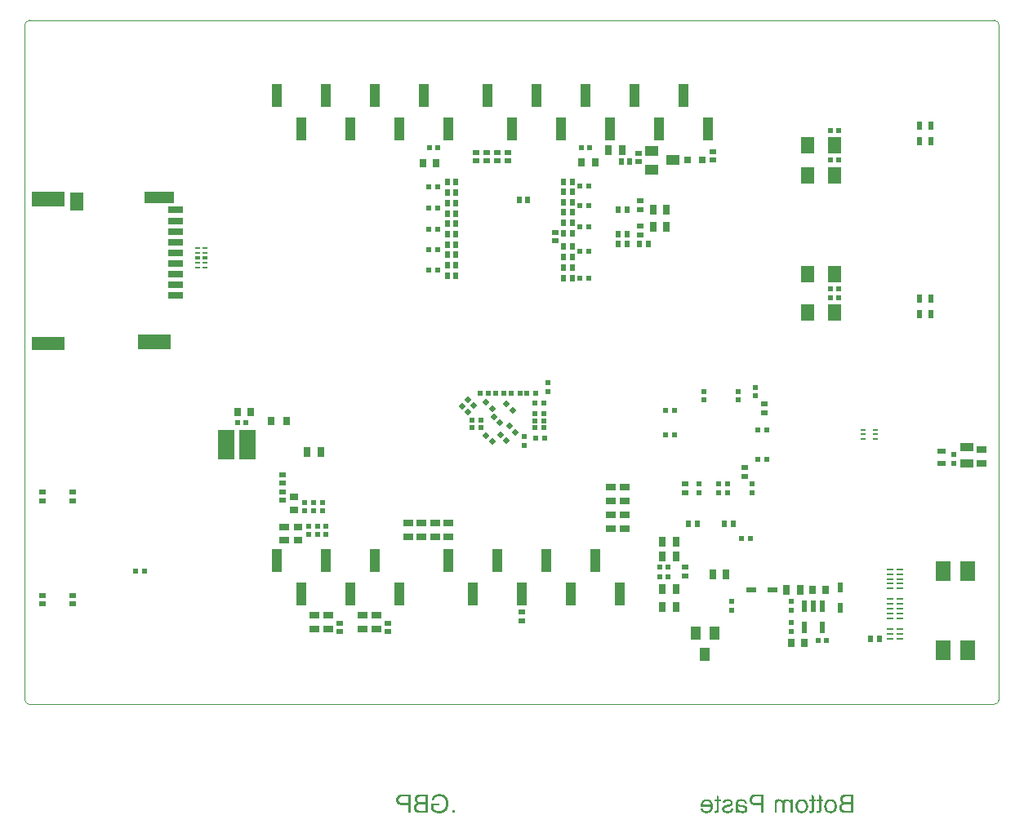
<source format=gbp>
G04 Layer_Color=128*
%FSLAX43Y43*%
%MOMM*%
G71*
G01*
G75*
%ADD10R,1.000X0.640*%
%ADD11R,1.000X0.640*%
%ADD14C,0.100*%
%ADD15R,0.510X0.700*%
%ADD16R,0.700X0.510*%
%ADD17R,0.510X0.560*%
%ADD18R,0.600X0.250*%
%ADD19R,0.560X0.510*%
%ADD20R,0.890X0.640*%
%ADD22R,1.400X1.000*%
%ADD23R,0.900X0.550*%
%ADD26R,1.000X0.640*%
%ADD27R,0.640X1.000*%
%ADD28R,0.800X0.800*%
%ADD30R,0.800X0.950*%
%ADD34R,1.400X0.900*%
%ADD35R,0.640X0.890*%
%ADD53R,1.000X1.400*%
%ADD57R,0.580X0.200*%
%ADD58R,0.580X0.400*%
%ADD74R,0.700X0.200*%
%ADD92R,0.640X1.000*%
%ADD93R,0.550X0.900*%
%ADD94R,1.060X0.540*%
%ADD95R,1.016X2.413*%
%ADD96R,1.400X1.780*%
G04:AMPARAMS|DCode=97|XSize=0.56mm|YSize=0.51mm|CornerRadius=0mm|HoleSize=0mm|Usage=FLASHONLY|Rotation=315.000|XOffset=0mm|YOffset=0mm|HoleType=Round|Shape=Rectangle|*
%AMROTATEDRECTD97*
4,1,4,-0.378,0.018,-0.018,0.378,0.378,-0.018,0.018,-0.378,-0.378,0.018,0.0*
%
%ADD97ROTATEDRECTD97*%

G04:AMPARAMS|DCode=98|XSize=0.56mm|YSize=0.51mm|CornerRadius=0mm|HoleSize=0mm|Usage=FLASHONLY|Rotation=45.000|XOffset=0mm|YOffset=0mm|HoleType=Round|Shape=Rectangle|*
%AMROTATEDRECTD98*
4,1,4,-0.018,-0.378,-0.378,-0.018,0.018,0.378,0.378,0.018,-0.018,-0.378,0.0*
%
%ADD98ROTATEDRECTD98*%

%ADD99R,1.600X0.800*%
%ADD100R,3.100X1.200*%
%ADD101R,3.500X1.600*%
%ADD102R,3.500X1.400*%
%ADD103R,3.500X1.500*%
%ADD104R,1.400X1.950*%
%ADD105R,0.540X1.060*%
%ADD106R,0.650X0.250*%
%ADD107R,1.700X3.100*%
%ADD108R,0.600X1.300*%
%ADD109R,1.500X2.150*%
G36*
X85874Y-11249D02*
X85141D01*
X85074Y-11246D01*
X85016Y-11243D01*
X84963Y-11238D01*
X84919Y-11232D01*
X84883Y-11227D01*
X84855Y-11224D01*
X84838Y-11218D01*
X84833D01*
X84785Y-11205D01*
X84747Y-11191D01*
X84711Y-11174D01*
X84680Y-11157D01*
X84655Y-11146D01*
X84636Y-11135D01*
X84624Y-11127D01*
X84622Y-11124D01*
X84591Y-11099D01*
X84563Y-11069D01*
X84541Y-11038D01*
X84519Y-11010D01*
X84502Y-10982D01*
X84491Y-10963D01*
X84483Y-10949D01*
X84480Y-10944D01*
X84461Y-10899D01*
X84447Y-10855D01*
X84436Y-10813D01*
X84430Y-10774D01*
X84425Y-10741D01*
X84422Y-10713D01*
Y-10697D01*
Y-10694D01*
Y-10691D01*
X84425Y-10630D01*
X84436Y-10574D01*
X84452Y-10527D01*
X84469Y-10483D01*
X84486Y-10449D01*
X84502Y-10424D01*
X84513Y-10408D01*
X84516Y-10402D01*
X84555Y-10358D01*
X84597Y-10322D01*
X84644Y-10291D01*
X84686Y-10266D01*
X84724Y-10247D01*
X84758Y-10236D01*
X84769Y-10230D01*
X84777Y-10227D01*
X84783Y-10225D01*
X84785D01*
X84738Y-10197D01*
X84697Y-10169D01*
X84663Y-10139D01*
X84636Y-10111D01*
X84613Y-10089D01*
X84597Y-10066D01*
X84588Y-10055D01*
X84586Y-10050D01*
X84563Y-10008D01*
X84547Y-9969D01*
X84533Y-9930D01*
X84525Y-9894D01*
X84519Y-9864D01*
X84516Y-9839D01*
Y-9825D01*
Y-9819D01*
X84519Y-9772D01*
X84527Y-9725D01*
X84541Y-9683D01*
X84555Y-9644D01*
X84569Y-9611D01*
X84583Y-9589D01*
X84591Y-9572D01*
X84594Y-9567D01*
X84624Y-9525D01*
X84658Y-9486D01*
X84694Y-9456D01*
X84727Y-9431D01*
X84755Y-9411D01*
X84780Y-9397D01*
X84797Y-9389D01*
X84799Y-9386D01*
X84802D01*
X84855Y-9367D01*
X84913Y-9353D01*
X84972Y-9342D01*
X85027Y-9336D01*
X85077Y-9331D01*
X85099D01*
X85119Y-9328D01*
X85874D01*
Y-11249D01*
D02*
G37*
G36*
X70746Y-9828D02*
X70796Y-9833D01*
X70843Y-9841D01*
X70888Y-9855D01*
X70929Y-9869D01*
X70968Y-9886D01*
X71004Y-9903D01*
X71035Y-9922D01*
X71065Y-9939D01*
X71090Y-9958D01*
X71113Y-9975D01*
X71129Y-9989D01*
X71143Y-10002D01*
X71154Y-10011D01*
X71160Y-10016D01*
X71163Y-10019D01*
X71193Y-10058D01*
X71221Y-10100D01*
X71246Y-10141D01*
X71268Y-10186D01*
X71285Y-10233D01*
X71299Y-10277D01*
X71321Y-10366D01*
X71329Y-10405D01*
X71335Y-10444D01*
X71337Y-10477D01*
X71340Y-10508D01*
X71343Y-10533D01*
Y-10549D01*
Y-10563D01*
Y-10566D01*
X71340Y-10627D01*
X71335Y-10685D01*
X71326Y-10741D01*
X71315Y-10791D01*
X71301Y-10838D01*
X71288Y-10883D01*
X71271Y-10921D01*
X71254Y-10958D01*
X71238Y-10988D01*
X71221Y-11016D01*
X71207Y-11038D01*
X71193Y-11057D01*
X71182Y-11074D01*
X71174Y-11085D01*
X71168Y-11091D01*
X71165Y-11094D01*
X71129Y-11127D01*
X71093Y-11155D01*
X71054Y-11180D01*
X71013Y-11202D01*
X70974Y-11218D01*
X70932Y-11235D01*
X70854Y-11257D01*
X70818Y-11263D01*
X70785Y-11268D01*
X70754Y-11274D01*
X70729Y-11277D01*
X70710Y-11280D01*
X70680D01*
X70593Y-11274D01*
X70516Y-11260D01*
X70446Y-11243D01*
X70419Y-11232D01*
X70391Y-11221D01*
X70366Y-11210D01*
X70344Y-11199D01*
X70327Y-11191D01*
X70310Y-11182D01*
X70299Y-11174D01*
X70291Y-11168D01*
X70285Y-11163D01*
X70283D01*
X70227Y-11113D01*
X70183Y-11060D01*
X70144Y-11005D01*
X70116Y-10952D01*
X70094Y-10905D01*
X70085Y-10883D01*
X70077Y-10866D01*
X70072Y-10849D01*
X70069Y-10838D01*
X70066Y-10833D01*
Y-10830D01*
X70310Y-10799D01*
X70332Y-10852D01*
X70357Y-10896D01*
X70382Y-10935D01*
X70405Y-10966D01*
X70424Y-10988D01*
X70441Y-11005D01*
X70455Y-11016D01*
X70457Y-11019D01*
X70494Y-11041D01*
X70530Y-11057D01*
X70568Y-11069D01*
X70602Y-11077D01*
X70632Y-11082D01*
X70657Y-11085D01*
X70680D01*
X70713Y-11082D01*
X70743Y-11080D01*
X70799Y-11066D01*
X70849Y-11046D01*
X70893Y-11024D01*
X70927Y-11005D01*
X70952Y-10985D01*
X70968Y-10971D01*
X70971Y-10966D01*
X70974D01*
X71013Y-10916D01*
X71043Y-10860D01*
X71065Y-10799D01*
X71082Y-10744D01*
X71090Y-10694D01*
X71096Y-10672D01*
X71099Y-10652D01*
Y-10635D01*
X71102Y-10624D01*
Y-10616D01*
Y-10613D01*
X70060D01*
X70058Y-10585D01*
Y-10566D01*
Y-10555D01*
Y-10552D01*
X70060Y-10488D01*
X70066Y-10430D01*
X70074Y-10374D01*
X70085Y-10322D01*
X70099Y-10275D01*
X70113Y-10230D01*
X70130Y-10191D01*
X70146Y-10155D01*
X70163Y-10122D01*
X70180Y-10094D01*
X70194Y-10072D01*
X70208Y-10052D01*
X70219Y-10036D01*
X70227Y-10025D01*
X70233Y-10019D01*
X70235Y-10016D01*
X70269Y-9983D01*
X70305Y-9953D01*
X70344Y-9928D01*
X70382Y-9905D01*
X70421Y-9886D01*
X70457Y-9872D01*
X70496Y-9858D01*
X70530Y-9850D01*
X70566Y-9841D01*
X70596Y-9836D01*
X70624Y-9830D01*
X70646Y-9828D01*
X70666Y-9825D01*
X70693D01*
X70746Y-9828D01*
D02*
G37*
G36*
X71970Y-9511D02*
Y-9855D01*
X72145D01*
Y-10039D01*
X71970D01*
Y-10844D01*
Y-10883D01*
Y-10916D01*
X71968Y-10946D01*
X71965Y-10977D01*
Y-11002D01*
X71962Y-11024D01*
X71957Y-11060D01*
X71951Y-11088D01*
X71948Y-11107D01*
X71943Y-11119D01*
Y-11121D01*
X71932Y-11146D01*
X71915Y-11166D01*
X71898Y-11185D01*
X71884Y-11199D01*
X71868Y-11213D01*
X71857Y-11221D01*
X71848Y-11227D01*
X71846Y-11230D01*
X71815Y-11243D01*
X71784Y-11252D01*
X71751Y-11260D01*
X71718Y-11263D01*
X71690Y-11266D01*
X71668Y-11268D01*
X71646D01*
X71585Y-11266D01*
X71554Y-11263D01*
X71526Y-11257D01*
X71501Y-11255D01*
X71482Y-11252D01*
X71471Y-11249D01*
X71465D01*
X71496Y-11041D01*
X71518Y-11044D01*
X71540Y-11046D01*
X71560D01*
X71573Y-11049D01*
X71601D01*
X71637Y-11046D01*
X71662Y-11041D01*
X71676Y-11035D01*
X71682Y-11032D01*
X71701Y-11019D01*
X71712Y-11005D01*
X71721Y-10994D01*
X71723Y-10988D01*
X71726Y-10974D01*
X71729Y-10955D01*
X71732Y-10910D01*
X71734Y-10891D01*
Y-10874D01*
Y-10863D01*
Y-10858D01*
Y-10039D01*
X71496D01*
Y-9855D01*
X71734D01*
Y-9370D01*
X71970Y-9511D01*
D02*
G37*
G36*
X76607Y-11249D02*
X76351D01*
Y-10469D01*
X75860D01*
X75788Y-10466D01*
X75718Y-10461D01*
X75657Y-10452D01*
X75602Y-10441D01*
X75549Y-10430D01*
X75505Y-10416D01*
X75463Y-10399D01*
X75427Y-10383D01*
X75396Y-10369D01*
X75369Y-10352D01*
X75346Y-10338D01*
X75330Y-10325D01*
X75316Y-10316D01*
X75307Y-10308D01*
X75302Y-10302D01*
X75299Y-10300D01*
X75271Y-10266D01*
X75246Y-10233D01*
X75227Y-10200D01*
X75208Y-10163D01*
X75191Y-10127D01*
X75180Y-10094D01*
X75160Y-10030D01*
X75155Y-10000D01*
X75149Y-9972D01*
X75146Y-9947D01*
X75144Y-9928D01*
X75141Y-9908D01*
Y-9897D01*
Y-9889D01*
Y-9886D01*
X75144Y-9833D01*
X75149Y-9783D01*
X75160Y-9739D01*
X75169Y-9700D01*
X75180Y-9667D01*
X75191Y-9642D01*
X75196Y-9628D01*
X75199Y-9622D01*
X75221Y-9580D01*
X75249Y-9544D01*
X75274Y-9511D01*
X75299Y-9486D01*
X75321Y-9467D01*
X75338Y-9450D01*
X75349Y-9442D01*
X75355Y-9439D01*
X75391Y-9417D01*
X75432Y-9397D01*
X75471Y-9381D01*
X75507Y-9367D01*
X75541Y-9358D01*
X75566Y-9353D01*
X75585Y-9347D01*
X75591D01*
X75632Y-9342D01*
X75679Y-9336D01*
X75729Y-9333D01*
X75777Y-9331D01*
X75818Y-9328D01*
X76607D01*
Y-11249D01*
D02*
G37*
G36*
X72975Y-9830D02*
X73009Y-9833D01*
X73039Y-9839D01*
X73064Y-9844D01*
X73084Y-9850D01*
X73095Y-9853D01*
X73100Y-9855D01*
X73134Y-9866D01*
X73164Y-9878D01*
X73189Y-9889D01*
X73211Y-9900D01*
X73228Y-9908D01*
X73239Y-9916D01*
X73248Y-9919D01*
X73250Y-9922D01*
X73278Y-9941D01*
X73300Y-9964D01*
X73320Y-9989D01*
X73336Y-10008D01*
X73350Y-10027D01*
X73359Y-10041D01*
X73364Y-10052D01*
X73367Y-10055D01*
X73381Y-10086D01*
X73392Y-10114D01*
X73397Y-10144D01*
X73403Y-10169D01*
X73406Y-10194D01*
X73409Y-10211D01*
Y-10222D01*
Y-10227D01*
X73406Y-10266D01*
X73400Y-10300D01*
X73392Y-10333D01*
X73384Y-10361D01*
X73375Y-10383D01*
X73367Y-10402D01*
X73361Y-10413D01*
X73359Y-10416D01*
X73336Y-10447D01*
X73311Y-10472D01*
X73286Y-10494D01*
X73261Y-10513D01*
X73239Y-10527D01*
X73223Y-10538D01*
X73211Y-10544D01*
X73206Y-10547D01*
X73186Y-10555D01*
X73161Y-10566D01*
X73106Y-10585D01*
X73048Y-10602D01*
X72987Y-10622D01*
X72934Y-10635D01*
X72909Y-10644D01*
X72887Y-10649D01*
X72870Y-10655D01*
X72856Y-10658D01*
X72848Y-10660D01*
X72845D01*
X72809Y-10669D01*
X72778Y-10677D01*
X72751Y-10685D01*
X72726Y-10694D01*
X72703Y-10699D01*
X72684Y-10708D01*
X72651Y-10719D01*
X72628Y-10727D01*
X72615Y-10735D01*
X72606Y-10738D01*
X72603Y-10741D01*
X72578Y-10758D01*
X72562Y-10780D01*
X72548Y-10799D01*
X72540Y-10819D01*
X72534Y-10838D01*
X72531Y-10852D01*
Y-10863D01*
Y-10866D01*
X72534Y-10899D01*
X72542Y-10927D01*
X72556Y-10955D01*
X72570Y-10977D01*
X72587Y-10996D01*
X72598Y-11010D01*
X72609Y-11019D01*
X72612Y-11021D01*
X72645Y-11044D01*
X72681Y-11057D01*
X72723Y-11069D01*
X72762Y-11077D01*
X72798Y-11082D01*
X72826Y-11085D01*
X72853D01*
X72912Y-11082D01*
X72962Y-11074D01*
X73003Y-11063D01*
X73039Y-11049D01*
X73067Y-11035D01*
X73089Y-11024D01*
X73100Y-11016D01*
X73106Y-11013D01*
X73136Y-10982D01*
X73161Y-10946D01*
X73178Y-10910D01*
X73192Y-10877D01*
X73203Y-10846D01*
X73209Y-10819D01*
X73214Y-10802D01*
Y-10799D01*
Y-10796D01*
X73447Y-10833D01*
X73428Y-10910D01*
X73403Y-10980D01*
X73372Y-11035D01*
X73342Y-11082D01*
X73314Y-11121D01*
X73289Y-11146D01*
X73273Y-11163D01*
X73270Y-11166D01*
X73267Y-11168D01*
X73239Y-11188D01*
X73209Y-11205D01*
X73142Y-11232D01*
X73073Y-11252D01*
X73006Y-11266D01*
X72975Y-11271D01*
X72948Y-11274D01*
X72920Y-11277D01*
X72898D01*
X72878Y-11280D01*
X72853D01*
X72792Y-11277D01*
X72739Y-11271D01*
X72690Y-11263D01*
X72645Y-11252D01*
X72609Y-11241D01*
X72581Y-11232D01*
X72565Y-11227D01*
X72562Y-11224D01*
X72559D01*
X72512Y-11199D01*
X72473Y-11174D01*
X72440Y-11146D01*
X72409Y-11121D01*
X72387Y-11099D01*
X72373Y-11080D01*
X72362Y-11069D01*
X72359Y-11063D01*
X72337Y-11024D01*
X72320Y-10982D01*
X72306Y-10946D01*
X72298Y-10913D01*
X72293Y-10883D01*
X72290Y-10860D01*
Y-10846D01*
Y-10841D01*
X72293Y-10796D01*
X72298Y-10758D01*
X72309Y-10724D01*
X72317Y-10694D01*
X72329Y-10669D01*
X72340Y-10652D01*
X72345Y-10641D01*
X72348Y-10638D01*
X72370Y-10610D01*
X72395Y-10585D01*
X72420Y-10563D01*
X72445Y-10547D01*
X72470Y-10533D01*
X72487Y-10524D01*
X72498Y-10519D01*
X72504Y-10516D01*
X72523Y-10508D01*
X72545Y-10499D01*
X72598Y-10480D01*
X72656Y-10461D01*
X72715Y-10444D01*
X72767Y-10427D01*
X72792Y-10422D01*
X72812Y-10416D01*
X72828Y-10411D01*
X72842Y-10408D01*
X72851Y-10405D01*
X72853D01*
X72884Y-10397D01*
X72912Y-10388D01*
X72937Y-10383D01*
X72959Y-10374D01*
X72995Y-10366D01*
X73023Y-10358D01*
X73042Y-10350D01*
X73053Y-10347D01*
X73059Y-10344D01*
X73062D01*
X73084Y-10333D01*
X73103Y-10325D01*
X73120Y-10313D01*
X73131Y-10305D01*
X73142Y-10297D01*
X73148Y-10288D01*
X73150Y-10286D01*
X73153Y-10283D01*
X73170Y-10255D01*
X73178Y-10227D01*
Y-10216D01*
X73181Y-10208D01*
Y-10202D01*
Y-10200D01*
X73178Y-10175D01*
X73170Y-10150D01*
X73159Y-10127D01*
X73145Y-10111D01*
X73134Y-10094D01*
X73123Y-10083D01*
X73114Y-10077D01*
X73112Y-10075D01*
X73081Y-10055D01*
X73045Y-10041D01*
X73006Y-10033D01*
X72970Y-10025D01*
X72934Y-10022D01*
X72906Y-10019D01*
X72878D01*
X72831Y-10022D01*
X72787Y-10027D01*
X72751Y-10039D01*
X72723Y-10050D01*
X72698Y-10061D01*
X72681Y-10072D01*
X72670Y-10077D01*
X72667Y-10080D01*
X72640Y-10105D01*
X72620Y-10133D01*
X72603Y-10161D01*
X72590Y-10186D01*
X72581Y-10211D01*
X72576Y-10230D01*
X72573Y-10241D01*
Y-10247D01*
X72342Y-10216D01*
X72354Y-10169D01*
X72365Y-10127D01*
X72379Y-10091D01*
X72392Y-10058D01*
X72406Y-10036D01*
X72417Y-10016D01*
X72423Y-10005D01*
X72426Y-10002D01*
X72451Y-9975D01*
X72479Y-9950D01*
X72509Y-9928D01*
X72540Y-9908D01*
X72567Y-9894D01*
X72590Y-9883D01*
X72603Y-9878D01*
X72606Y-9875D01*
X72609D01*
X72656Y-9858D01*
X72706Y-9847D01*
X72753Y-9836D01*
X72798Y-9830D01*
X72839Y-9828D01*
X72870Y-9825D01*
X72937D01*
X72975Y-9830D01*
D02*
G37*
G36*
X80599Y-9828D02*
X80643Y-9830D01*
X80729Y-9850D01*
X80804Y-9875D01*
X80838Y-9889D01*
X80868Y-9903D01*
X80896Y-9916D01*
X80918Y-9930D01*
X80940Y-9944D01*
X80957Y-9955D01*
X80971Y-9966D01*
X80982Y-9975D01*
X80988Y-9977D01*
X80990Y-9980D01*
X81029Y-10016D01*
X81060Y-10058D01*
X81090Y-10102D01*
X81113Y-10147D01*
X81135Y-10194D01*
X81151Y-10244D01*
X81165Y-10291D01*
X81176Y-10336D01*
X81188Y-10380D01*
X81193Y-10419D01*
X81199Y-10458D01*
X81201Y-10488D01*
Y-10516D01*
X81204Y-10536D01*
Y-10547D01*
Y-10552D01*
X81201Y-10616D01*
X81196Y-10677D01*
X81188Y-10733D01*
X81176Y-10785D01*
X81163Y-10833D01*
X81149Y-10877D01*
X81132Y-10919D01*
X81115Y-10955D01*
X81099Y-10988D01*
X81082Y-11016D01*
X81068Y-11038D01*
X81054Y-11057D01*
X81043Y-11074D01*
X81035Y-11085D01*
X81029Y-11091D01*
X81026Y-11094D01*
X80990Y-11127D01*
X80954Y-11155D01*
X80915Y-11180D01*
X80877Y-11202D01*
X80838Y-11218D01*
X80796Y-11235D01*
X80721Y-11257D01*
X80688Y-11263D01*
X80654Y-11268D01*
X80627Y-11274D01*
X80602Y-11277D01*
X80580Y-11280D01*
X80552D01*
X80485Y-11277D01*
X80424Y-11266D01*
X80366Y-11252D01*
X80319Y-11238D01*
X80277Y-11221D01*
X80260Y-11216D01*
X80246Y-11210D01*
X80232Y-11205D01*
X80224Y-11199D01*
X80221Y-11196D01*
X80219D01*
X80163Y-11160D01*
X80116Y-11121D01*
X80074Y-11082D01*
X80041Y-11044D01*
X80016Y-11010D01*
X79997Y-10982D01*
X79991Y-10971D01*
X79985Y-10963D01*
X79983Y-10960D01*
Y-10958D01*
X79955Y-10894D01*
X79935Y-10824D01*
X79919Y-10755D01*
X79910Y-10685D01*
X79905Y-10655D01*
Y-10627D01*
X79902Y-10599D01*
X79899Y-10577D01*
Y-10558D01*
Y-10544D01*
Y-10536D01*
Y-10533D01*
X79902Y-10472D01*
X79908Y-10416D01*
X79916Y-10363D01*
X79927Y-10313D01*
X79941Y-10266D01*
X79958Y-10225D01*
X79974Y-10183D01*
X79991Y-10150D01*
X80008Y-10119D01*
X80024Y-10091D01*
X80041Y-10066D01*
X80055Y-10047D01*
X80066Y-10033D01*
X80074Y-10022D01*
X80080Y-10016D01*
X80083Y-10014D01*
X80119Y-9980D01*
X80155Y-9953D01*
X80194Y-9925D01*
X80232Y-9905D01*
X80271Y-9886D01*
X80310Y-9872D01*
X80385Y-9847D01*
X80421Y-9841D01*
X80452Y-9836D01*
X80480Y-9830D01*
X80505Y-9828D01*
X80524Y-9825D01*
X80552D01*
X80599Y-9828D01*
D02*
G37*
G36*
X83586D02*
X83631Y-9830D01*
X83717Y-9850D01*
X83792Y-9875D01*
X83825Y-9889D01*
X83855Y-9903D01*
X83883Y-9916D01*
X83905Y-9930D01*
X83928Y-9944D01*
X83944Y-9955D01*
X83958Y-9966D01*
X83969Y-9975D01*
X83975Y-9977D01*
X83978Y-9980D01*
X84016Y-10016D01*
X84047Y-10058D01*
X84078Y-10102D01*
X84100Y-10147D01*
X84122Y-10194D01*
X84139Y-10244D01*
X84153Y-10291D01*
X84164Y-10336D01*
X84175Y-10380D01*
X84180Y-10419D01*
X84186Y-10458D01*
X84189Y-10488D01*
Y-10516D01*
X84191Y-10536D01*
Y-10547D01*
Y-10552D01*
X84189Y-10616D01*
X84183Y-10677D01*
X84175Y-10733D01*
X84164Y-10785D01*
X84150Y-10833D01*
X84136Y-10877D01*
X84119Y-10919D01*
X84103Y-10955D01*
X84086Y-10988D01*
X84069Y-11016D01*
X84055Y-11038D01*
X84041Y-11057D01*
X84030Y-11074D01*
X84022Y-11085D01*
X84016Y-11091D01*
X84014Y-11094D01*
X83978Y-11127D01*
X83942Y-11155D01*
X83903Y-11180D01*
X83864Y-11202D01*
X83825Y-11218D01*
X83783Y-11235D01*
X83708Y-11257D01*
X83675Y-11263D01*
X83642Y-11268D01*
X83614Y-11274D01*
X83589Y-11277D01*
X83567Y-11280D01*
X83539D01*
X83472Y-11277D01*
X83411Y-11266D01*
X83353Y-11252D01*
X83306Y-11238D01*
X83264Y-11221D01*
X83247Y-11216D01*
X83234Y-11210D01*
X83220Y-11205D01*
X83211Y-11199D01*
X83209Y-11196D01*
X83206D01*
X83150Y-11160D01*
X83103Y-11121D01*
X83061Y-11082D01*
X83028Y-11044D01*
X83003Y-11010D01*
X82984Y-10982D01*
X82978Y-10971D01*
X82973Y-10963D01*
X82970Y-10960D01*
Y-10958D01*
X82942Y-10894D01*
X82923Y-10824D01*
X82906Y-10755D01*
X82898Y-10685D01*
X82892Y-10655D01*
Y-10627D01*
X82889Y-10599D01*
X82887Y-10577D01*
Y-10558D01*
Y-10544D01*
Y-10536D01*
Y-10533D01*
X82889Y-10472D01*
X82895Y-10416D01*
X82903Y-10363D01*
X82914Y-10313D01*
X82928Y-10266D01*
X82945Y-10225D01*
X82962Y-10183D01*
X82978Y-10150D01*
X82995Y-10119D01*
X83011Y-10091D01*
X83028Y-10066D01*
X83042Y-10047D01*
X83053Y-10033D01*
X83061Y-10022D01*
X83067Y-10016D01*
X83070Y-10014D01*
X83106Y-9980D01*
X83142Y-9953D01*
X83181Y-9925D01*
X83220Y-9905D01*
X83259Y-9886D01*
X83297Y-9872D01*
X83372Y-9847D01*
X83409Y-9841D01*
X83439Y-9836D01*
X83467Y-9830D01*
X83492Y-9828D01*
X83511Y-9825D01*
X83539D01*
X83586Y-9828D01*
D02*
G37*
G36*
X81823Y-9511D02*
Y-9855D01*
X81998D01*
Y-10039D01*
X81823D01*
Y-10844D01*
Y-10883D01*
Y-10916D01*
X81821Y-10946D01*
X81818Y-10977D01*
Y-11002D01*
X81815Y-11024D01*
X81809Y-11060D01*
X81804Y-11088D01*
X81801Y-11107D01*
X81796Y-11119D01*
Y-11121D01*
X81784Y-11146D01*
X81768Y-11166D01*
X81751Y-11185D01*
X81737Y-11199D01*
X81721Y-11213D01*
X81709Y-11221D01*
X81701Y-11227D01*
X81698Y-11230D01*
X81668Y-11243D01*
X81637Y-11252D01*
X81604Y-11260D01*
X81571Y-11263D01*
X81543Y-11266D01*
X81521Y-11268D01*
X81498D01*
X81437Y-11266D01*
X81407Y-11263D01*
X81379Y-11257D01*
X81354Y-11255D01*
X81335Y-11252D01*
X81324Y-11249D01*
X81318D01*
X81349Y-11041D01*
X81371Y-11044D01*
X81393Y-11046D01*
X81412D01*
X81426Y-11049D01*
X81454D01*
X81490Y-11046D01*
X81515Y-11041D01*
X81529Y-11035D01*
X81535Y-11032D01*
X81554Y-11019D01*
X81565Y-11005D01*
X81573Y-10994D01*
X81576Y-10988D01*
X81579Y-10974D01*
X81582Y-10955D01*
X81585Y-10910D01*
X81587Y-10891D01*
Y-10874D01*
Y-10863D01*
Y-10858D01*
Y-10039D01*
X81349D01*
Y-9855D01*
X81587D01*
Y-9370D01*
X81823Y-9511D01*
D02*
G37*
G36*
X41772Y-11249D02*
X41040D01*
X40973Y-11246D01*
X40915Y-11243D01*
X40862Y-11238D01*
X40817Y-11232D01*
X40781Y-11227D01*
X40754Y-11224D01*
X40737Y-11218D01*
X40731D01*
X40684Y-11205D01*
X40645Y-11191D01*
X40609Y-11174D01*
X40579Y-11157D01*
X40554Y-11146D01*
X40534Y-11135D01*
X40523Y-11127D01*
X40520Y-11124D01*
X40490Y-11099D01*
X40462Y-11069D01*
X40440Y-11038D01*
X40418Y-11010D01*
X40401Y-10982D01*
X40390Y-10963D01*
X40382Y-10949D01*
X40379Y-10944D01*
X40359Y-10899D01*
X40345Y-10855D01*
X40334Y-10813D01*
X40329Y-10774D01*
X40323Y-10741D01*
X40320Y-10713D01*
Y-10697D01*
Y-10694D01*
Y-10691D01*
X40323Y-10630D01*
X40334Y-10574D01*
X40351Y-10527D01*
X40368Y-10483D01*
X40384Y-10449D01*
X40401Y-10424D01*
X40412Y-10408D01*
X40415Y-10402D01*
X40454Y-10358D01*
X40495Y-10322D01*
X40543Y-10291D01*
X40584Y-10266D01*
X40623Y-10247D01*
X40656Y-10236D01*
X40668Y-10230D01*
X40676Y-10227D01*
X40681Y-10225D01*
X40684D01*
X40637Y-10197D01*
X40595Y-10169D01*
X40562Y-10139D01*
X40534Y-10111D01*
X40512Y-10089D01*
X40495Y-10066D01*
X40487Y-10055D01*
X40484Y-10050D01*
X40462Y-10008D01*
X40445Y-9969D01*
X40432Y-9930D01*
X40423Y-9894D01*
X40418Y-9864D01*
X40415Y-9839D01*
Y-9825D01*
Y-9819D01*
X40418Y-9772D01*
X40426Y-9725D01*
X40440Y-9683D01*
X40454Y-9644D01*
X40468Y-9611D01*
X40482Y-9589D01*
X40490Y-9572D01*
X40493Y-9567D01*
X40523Y-9525D01*
X40556Y-9486D01*
X40593Y-9456D01*
X40626Y-9431D01*
X40654Y-9411D01*
X40679Y-9397D01*
X40695Y-9389D01*
X40698Y-9386D01*
X40701D01*
X40754Y-9367D01*
X40812Y-9353D01*
X40870Y-9342D01*
X40926Y-9336D01*
X40976Y-9331D01*
X40998D01*
X41017Y-9328D01*
X41772D01*
Y-11249D01*
D02*
G37*
G36*
X44560D02*
X44290D01*
Y-10980D01*
X44560D01*
Y-11249D01*
D02*
G37*
G36*
X74325Y-9828D02*
X74383Y-9833D01*
X74439Y-9841D01*
X74483Y-9850D01*
X74522Y-9858D01*
X74550Y-9866D01*
X74561Y-9869D01*
X74569Y-9872D01*
X74572Y-9875D01*
X74575D01*
X74622Y-9894D01*
X74663Y-9919D01*
X74699Y-9941D01*
X74730Y-9964D01*
X74752Y-9986D01*
X74769Y-10002D01*
X74780Y-10014D01*
X74783Y-10016D01*
X74808Y-10052D01*
X74830Y-10091D01*
X74847Y-10130D01*
X74861Y-10166D01*
X74872Y-10202D01*
X74880Y-10227D01*
X74883Y-10238D01*
Y-10247D01*
X74885Y-10250D01*
Y-10252D01*
X74655Y-10283D01*
X74638Y-10233D01*
X74622Y-10188D01*
X74602Y-10152D01*
X74586Y-10125D01*
X74569Y-10102D01*
X74555Y-10089D01*
X74544Y-10080D01*
X74541Y-10077D01*
X74508Y-10058D01*
X74469Y-10044D01*
X74427Y-10033D01*
X74389Y-10027D01*
X74350Y-10022D01*
X74322Y-10019D01*
X74294D01*
X74230Y-10022D01*
X74175Y-10030D01*
X74130Y-10044D01*
X74091Y-10058D01*
X74064Y-10075D01*
X74042Y-10086D01*
X74028Y-10097D01*
X74025Y-10100D01*
X74003Y-10125D01*
X73986Y-10155D01*
X73972Y-10188D01*
X73964Y-10222D01*
X73958Y-10252D01*
X73955Y-10280D01*
Y-10297D01*
Y-10300D01*
Y-10302D01*
Y-10308D01*
Y-10319D01*
Y-10338D01*
X73958Y-10355D01*
Y-10361D01*
Y-10363D01*
X73986Y-10372D01*
X74017Y-10380D01*
X74080Y-10397D01*
X74153Y-10411D01*
X74219Y-10424D01*
X74253Y-10430D01*
X74283Y-10433D01*
X74311Y-10438D01*
X74333Y-10441D01*
X74352Y-10444D01*
X74366D01*
X74377Y-10447D01*
X74380D01*
X74430Y-10452D01*
X74472Y-10461D01*
X74508Y-10466D01*
X74536Y-10472D01*
X74558Y-10474D01*
X74575Y-10480D01*
X74586Y-10483D01*
X74588D01*
X74625Y-10494D01*
X74655Y-10505D01*
X74686Y-10519D01*
X74711Y-10530D01*
X74733Y-10541D01*
X74747Y-10552D01*
X74758Y-10558D01*
X74761Y-10561D01*
X74788Y-10580D01*
X74811Y-10602D01*
X74833Y-10624D01*
X74849Y-10647D01*
X74863Y-10666D01*
X74874Y-10683D01*
X74880Y-10694D01*
X74883Y-10697D01*
X74897Y-10727D01*
X74908Y-10760D01*
X74916Y-10791D01*
X74922Y-10821D01*
X74924Y-10846D01*
X74927Y-10866D01*
Y-10877D01*
Y-10883D01*
X74924Y-10916D01*
X74922Y-10944D01*
X74908Y-11002D01*
X74888Y-11049D01*
X74866Y-11091D01*
X74844Y-11124D01*
X74824Y-11149D01*
X74811Y-11163D01*
X74805Y-11168D01*
X74755Y-11205D01*
X74699Y-11232D01*
X74638Y-11252D01*
X74583Y-11266D01*
X74533Y-11274D01*
X74511Y-11277D01*
X74491D01*
X74475Y-11280D01*
X74452D01*
X74402Y-11277D01*
X74352Y-11271D01*
X74308Y-11266D01*
X74269Y-11257D01*
X74239Y-11249D01*
X74214Y-11241D01*
X74197Y-11238D01*
X74191Y-11235D01*
X74144Y-11216D01*
X74100Y-11191D01*
X74058Y-11163D01*
X74017Y-11138D01*
X73983Y-11113D01*
X73958Y-11094D01*
X73942Y-11080D01*
X73939Y-11074D01*
X73936D01*
X73930Y-11110D01*
X73925Y-11144D01*
X73919Y-11174D01*
X73911Y-11199D01*
X73903Y-11221D01*
X73897Y-11235D01*
X73894Y-11246D01*
X73892Y-11249D01*
X73645D01*
X73658Y-11218D01*
X73672Y-11188D01*
X73683Y-11160D01*
X73689Y-11135D01*
X73697Y-11113D01*
X73700Y-11096D01*
X73703Y-11085D01*
Y-11082D01*
X73706Y-11063D01*
X73708Y-11038D01*
Y-11010D01*
X73711Y-10980D01*
X73714Y-10910D01*
Y-10841D01*
X73717Y-10774D01*
Y-10744D01*
Y-10719D01*
Y-10697D01*
Y-10680D01*
Y-10669D01*
Y-10666D01*
Y-10350D01*
Y-10297D01*
X73719Y-10250D01*
X73722Y-10213D01*
Y-10183D01*
X73725Y-10161D01*
X73728Y-10144D01*
X73731Y-10136D01*
Y-10133D01*
X73739Y-10097D01*
X73750Y-10066D01*
X73761Y-10041D01*
X73775Y-10016D01*
X73786Y-10000D01*
X73794Y-9986D01*
X73800Y-9977D01*
X73803Y-9975D01*
X73825Y-9953D01*
X73850Y-9930D01*
X73878Y-9914D01*
X73906Y-9897D01*
X73930Y-9886D01*
X73950Y-9878D01*
X73964Y-9872D01*
X73969Y-9869D01*
X74014Y-9855D01*
X74061Y-9844D01*
X74108Y-9836D01*
X74155Y-9830D01*
X74197Y-9828D01*
X74228Y-9825D01*
X74258D01*
X74325Y-9828D01*
D02*
G37*
G36*
X43058Y-9300D02*
X43155Y-9314D01*
X43199Y-9322D01*
X43241Y-9333D01*
X43280Y-9342D01*
X43316Y-9353D01*
X43349Y-9364D01*
X43377Y-9375D01*
X43402Y-9386D01*
X43424Y-9394D01*
X43441Y-9403D01*
X43452Y-9408D01*
X43460Y-9411D01*
X43463Y-9414D01*
X43502Y-9439D01*
X43541Y-9464D01*
X43608Y-9522D01*
X43666Y-9580D01*
X43713Y-9642D01*
X43752Y-9694D01*
X43766Y-9717D01*
X43777Y-9739D01*
X43788Y-9755D01*
X43794Y-9767D01*
X43796Y-9775D01*
X43799Y-9778D01*
X43838Y-9869D01*
X43866Y-9961D01*
X43888Y-10050D01*
X43893Y-10091D01*
X43902Y-10130D01*
X43905Y-10166D01*
X43910Y-10197D01*
X43913Y-10227D01*
Y-10252D01*
X43916Y-10272D01*
Y-10286D01*
Y-10297D01*
Y-10300D01*
X43910Y-10402D01*
X43896Y-10499D01*
X43888Y-10544D01*
X43880Y-10585D01*
X43868Y-10627D01*
X43857Y-10663D01*
X43846Y-10697D01*
X43835Y-10724D01*
X43827Y-10752D01*
X43819Y-10771D01*
X43810Y-10791D01*
X43805Y-10802D01*
X43799Y-10810D01*
Y-10813D01*
X43749Y-10894D01*
X43694Y-10963D01*
X43635Y-11024D01*
X43580Y-11074D01*
X43527Y-11113D01*
X43508Y-11127D01*
X43488Y-11141D01*
X43472Y-11149D01*
X43460Y-11157D01*
X43452Y-11160D01*
X43449Y-11163D01*
X43405Y-11185D01*
X43360Y-11202D01*
X43272Y-11232D01*
X43186Y-11252D01*
X43105Y-11268D01*
X43069Y-11271D01*
X43036Y-11277D01*
X43005Y-11280D01*
X42980D01*
X42961Y-11282D01*
X42933D01*
X42855Y-11280D01*
X42780Y-11271D01*
X42711Y-11257D01*
X42650Y-11243D01*
X42625Y-11238D01*
X42600Y-11232D01*
X42578Y-11224D01*
X42558Y-11218D01*
X42544Y-11213D01*
X42533Y-11210D01*
X42528Y-11207D01*
X42525D01*
X42450Y-11177D01*
X42380Y-11141D01*
X42314Y-11102D01*
X42256Y-11066D01*
X42231Y-11049D01*
X42206Y-11032D01*
X42186Y-11019D01*
X42169Y-11007D01*
X42156Y-10996D01*
X42144Y-10988D01*
X42139Y-10985D01*
X42136Y-10982D01*
Y-10269D01*
X42952D01*
Y-10497D01*
X42386D01*
Y-10858D01*
X42419Y-10885D01*
X42458Y-10910D01*
X42500Y-10933D01*
X42539Y-10952D01*
X42572Y-10969D01*
X42603Y-10982D01*
X42614Y-10988D01*
X42619Y-10991D01*
X42625Y-10994D01*
X42628D01*
X42686Y-11013D01*
X42744Y-11030D01*
X42797Y-11041D01*
X42847Y-11046D01*
X42888Y-11052D01*
X42905D01*
X42922Y-11055D01*
X42950D01*
X43019Y-11052D01*
X43086Y-11041D01*
X43147Y-11027D01*
X43202Y-11013D01*
X43247Y-10996D01*
X43266Y-10991D01*
X43280Y-10985D01*
X43294Y-10980D01*
X43302Y-10974D01*
X43308Y-10971D01*
X43310D01*
X43369Y-10935D01*
X43422Y-10896D01*
X43466Y-10855D01*
X43502Y-10813D01*
X43533Y-10774D01*
X43552Y-10744D01*
X43560Y-10733D01*
X43563Y-10724D01*
X43569Y-10719D01*
Y-10716D01*
X43596Y-10647D01*
X43619Y-10574D01*
X43633Y-10502D01*
X43644Y-10433D01*
X43646Y-10402D01*
X43649Y-10374D01*
X43652Y-10347D01*
Y-10325D01*
X43655Y-10308D01*
Y-10294D01*
Y-10286D01*
Y-10283D01*
X43652Y-10205D01*
X43644Y-10136D01*
X43633Y-10069D01*
X43619Y-10011D01*
X43613Y-9986D01*
X43605Y-9964D01*
X43599Y-9944D01*
X43594Y-9928D01*
X43588Y-9914D01*
X43585Y-9905D01*
X43583Y-9900D01*
Y-9897D01*
X43563Y-9858D01*
X43544Y-9822D01*
X43524Y-9789D01*
X43505Y-9761D01*
X43488Y-9739D01*
X43474Y-9719D01*
X43463Y-9708D01*
X43460Y-9705D01*
X43430Y-9675D01*
X43397Y-9647D01*
X43360Y-9625D01*
X43327Y-9603D01*
X43299Y-9589D01*
X43277Y-9575D01*
X43261Y-9569D01*
X43255Y-9567D01*
X43205Y-9547D01*
X43155Y-9533D01*
X43102Y-9525D01*
X43055Y-9517D01*
X43013Y-9514D01*
X42997D01*
X42983Y-9511D01*
X42952D01*
X42900Y-9514D01*
X42850Y-9519D01*
X42805Y-9528D01*
X42766Y-9536D01*
X42733Y-9547D01*
X42708Y-9556D01*
X42694Y-9561D01*
X42689Y-9564D01*
X42647Y-9583D01*
X42611Y-9605D01*
X42578Y-9628D01*
X42553Y-9650D01*
X42533Y-9669D01*
X42516Y-9683D01*
X42508Y-9694D01*
X42505Y-9697D01*
X42480Y-9730D01*
X42461Y-9769D01*
X42442Y-9805D01*
X42425Y-9844D01*
X42414Y-9878D01*
X42405Y-9903D01*
X42403Y-9914D01*
X42400Y-9922D01*
X42397Y-9925D01*
Y-9928D01*
X42167Y-9866D01*
X42186Y-9797D01*
X42211Y-9736D01*
X42236Y-9680D01*
X42258Y-9636D01*
X42280Y-9600D01*
X42297Y-9575D01*
X42308Y-9558D01*
X42314Y-9553D01*
X42353Y-9508D01*
X42394Y-9472D01*
X42439Y-9439D01*
X42480Y-9411D01*
X42519Y-9392D01*
X42550Y-9375D01*
X42561Y-9370D01*
X42569Y-9367D01*
X42575Y-9364D01*
X42578D01*
X42641Y-9342D01*
X42708Y-9325D01*
X42769Y-9311D01*
X42827Y-9303D01*
X42880Y-9297D01*
X42902D01*
X42919Y-9295D01*
X43008D01*
X43058Y-9300D01*
D02*
G37*
G36*
X82570Y-9511D02*
Y-9855D01*
X82745D01*
Y-10039D01*
X82570D01*
Y-10844D01*
Y-10883D01*
Y-10916D01*
X82567Y-10946D01*
X82565Y-10977D01*
Y-11002D01*
X82562Y-11024D01*
X82556Y-11060D01*
X82551Y-11088D01*
X82548Y-11107D01*
X82542Y-11119D01*
Y-11121D01*
X82531Y-11146D01*
X82515Y-11166D01*
X82498Y-11185D01*
X82484Y-11199D01*
X82467Y-11213D01*
X82456Y-11221D01*
X82448Y-11227D01*
X82445Y-11230D01*
X82415Y-11243D01*
X82384Y-11252D01*
X82351Y-11260D01*
X82317Y-11263D01*
X82290Y-11266D01*
X82267Y-11268D01*
X82245D01*
X82184Y-11266D01*
X82154Y-11263D01*
X82126Y-11257D01*
X82101Y-11255D01*
X82081Y-11252D01*
X82070Y-11249D01*
X82065D01*
X82095Y-11041D01*
X82118Y-11044D01*
X82140Y-11046D01*
X82159D01*
X82173Y-11049D01*
X82201D01*
X82237Y-11046D01*
X82262Y-11041D01*
X82276Y-11035D01*
X82281Y-11032D01*
X82301Y-11019D01*
X82312Y-11005D01*
X82320Y-10994D01*
X82323Y-10988D01*
X82326Y-10974D01*
X82329Y-10955D01*
X82331Y-10910D01*
X82334Y-10891D01*
Y-10874D01*
Y-10863D01*
Y-10858D01*
Y-10039D01*
X82095D01*
Y-9855D01*
X82334D01*
Y-9370D01*
X82570Y-9511D01*
D02*
G37*
G36*
X79041Y-9828D02*
X79089Y-9836D01*
X79130Y-9844D01*
X79166Y-9855D01*
X79197Y-9869D01*
X79219Y-9878D01*
X79233Y-9886D01*
X79239Y-9889D01*
X79277Y-9914D01*
X79311Y-9941D01*
X79341Y-9969D01*
X79366Y-9997D01*
X79386Y-10019D01*
X79402Y-10039D01*
X79411Y-10050D01*
X79414Y-10055D01*
Y-9855D01*
X79625D01*
Y-11249D01*
X79389D01*
Y-10527D01*
X79386Y-10461D01*
X79383Y-10402D01*
X79377Y-10352D01*
X79369Y-10311D01*
X79361Y-10280D01*
X79355Y-10258D01*
X79352Y-10244D01*
X79350Y-10238D01*
X79333Y-10202D01*
X79314Y-10172D01*
X79294Y-10144D01*
X79275Y-10122D01*
X79255Y-10105D01*
X79241Y-10094D01*
X79230Y-10086D01*
X79228Y-10083D01*
X79194Y-10066D01*
X79164Y-10052D01*
X79130Y-10044D01*
X79103Y-10036D01*
X79080Y-10033D01*
X79061Y-10030D01*
X79044D01*
X78997Y-10033D01*
X78958Y-10041D01*
X78925Y-10055D01*
X78900Y-10069D01*
X78880Y-10086D01*
X78867Y-10097D01*
X78858Y-10108D01*
X78855Y-10111D01*
X78836Y-10144D01*
X78822Y-10180D01*
X78811Y-10219D01*
X78806Y-10258D01*
X78800Y-10291D01*
X78797Y-10322D01*
Y-10333D01*
Y-10338D01*
Y-10344D01*
Y-10347D01*
Y-11249D01*
X78561D01*
Y-10441D01*
X78556Y-10366D01*
X78545Y-10302D01*
X78531Y-10250D01*
X78511Y-10205D01*
X78495Y-10172D01*
X78478Y-10150D01*
X78467Y-10136D01*
X78464Y-10130D01*
X78425Y-10097D01*
X78384Y-10072D01*
X78342Y-10055D01*
X78303Y-10041D01*
X78270Y-10036D01*
X78242Y-10033D01*
X78231Y-10030D01*
X78217D01*
X78186Y-10033D01*
X78161Y-10036D01*
X78136Y-10041D01*
X78117Y-10050D01*
X78098Y-10058D01*
X78086Y-10064D01*
X78078Y-10066D01*
X78075Y-10069D01*
X78053Y-10086D01*
X78037Y-10102D01*
X78023Y-10119D01*
X78012Y-10136D01*
X78003Y-10150D01*
X77998Y-10161D01*
X77992Y-10169D01*
Y-10172D01*
X77984Y-10197D01*
X77978Y-10230D01*
X77975Y-10263D01*
X77973Y-10297D01*
X77970Y-10327D01*
Y-10352D01*
Y-10369D01*
Y-10372D01*
Y-10374D01*
Y-11249D01*
X77734D01*
Y-10294D01*
Y-10250D01*
X77739Y-10211D01*
X77745Y-10172D01*
X77751Y-10139D01*
X77759Y-10105D01*
X77770Y-10077D01*
X77778Y-10052D01*
X77789Y-10027D01*
X77801Y-10008D01*
X77809Y-9989D01*
X77828Y-9964D01*
X77839Y-9947D01*
X77845Y-9941D01*
X77889Y-9903D01*
X77942Y-9875D01*
X77995Y-9853D01*
X78045Y-9839D01*
X78092Y-9830D01*
X78111Y-9828D01*
X78131D01*
X78145Y-9825D01*
X78164D01*
X78214Y-9828D01*
X78259Y-9836D01*
X78303Y-9847D01*
X78345Y-9864D01*
X78384Y-9883D01*
X78420Y-9903D01*
X78450Y-9925D01*
X78481Y-9947D01*
X78508Y-9972D01*
X78531Y-9994D01*
X78550Y-10014D01*
X78567Y-10033D01*
X78581Y-10050D01*
X78589Y-10061D01*
X78595Y-10069D01*
X78597Y-10072D01*
X78614Y-10030D01*
X78636Y-9994D01*
X78661Y-9964D01*
X78683Y-9939D01*
X78706Y-9916D01*
X78722Y-9903D01*
X78733Y-9894D01*
X78739Y-9891D01*
X78778Y-9869D01*
X78819Y-9853D01*
X78861Y-9841D01*
X78903Y-9833D01*
X78936Y-9828D01*
X78967Y-9825D01*
X78992D01*
X79041Y-9828D01*
D02*
G37*
G36*
X39971Y-11249D02*
X39715D01*
Y-10469D01*
X39224D01*
X39152Y-10466D01*
X39082Y-10461D01*
X39021Y-10452D01*
X38966Y-10441D01*
X38913Y-10430D01*
X38869Y-10416D01*
X38827Y-10399D01*
X38791Y-10383D01*
X38760Y-10369D01*
X38732Y-10352D01*
X38710Y-10338D01*
X38694Y-10325D01*
X38680Y-10316D01*
X38671Y-10308D01*
X38666Y-10302D01*
X38663Y-10300D01*
X38635Y-10266D01*
X38610Y-10233D01*
X38591Y-10200D01*
X38571Y-10163D01*
X38555Y-10127D01*
X38544Y-10094D01*
X38524Y-10030D01*
X38519Y-10000D01*
X38513Y-9972D01*
X38510Y-9947D01*
X38508Y-9928D01*
X38505Y-9908D01*
Y-9897D01*
Y-9889D01*
Y-9886D01*
X38508Y-9833D01*
X38513Y-9783D01*
X38524Y-9739D01*
X38533Y-9700D01*
X38544Y-9667D01*
X38555Y-9642D01*
X38560Y-9628D01*
X38563Y-9622D01*
X38585Y-9580D01*
X38613Y-9544D01*
X38638Y-9511D01*
X38663Y-9486D01*
X38685Y-9467D01*
X38702Y-9450D01*
X38713Y-9442D01*
X38719Y-9439D01*
X38755Y-9417D01*
X38796Y-9397D01*
X38835Y-9381D01*
X38871Y-9367D01*
X38905Y-9358D01*
X38930Y-9353D01*
X38949Y-9347D01*
X38955D01*
X38996Y-9342D01*
X39043Y-9336D01*
X39093Y-9333D01*
X39141Y-9331D01*
X39182Y-9328D01*
X39971D01*
Y-11249D01*
D02*
G37*
%LPC*%
G36*
X85618Y-9556D02*
X85163D01*
X85102Y-9561D01*
X85055Y-9564D01*
X85013Y-9569D01*
X84983Y-9575D01*
X84963Y-9578D01*
X84949Y-9583D01*
X84947D01*
X84916Y-9594D01*
X84888Y-9611D01*
X84866Y-9628D01*
X84847Y-9644D01*
X84833Y-9658D01*
X84822Y-9672D01*
X84816Y-9680D01*
X84813Y-9683D01*
X84797Y-9711D01*
X84785Y-9739D01*
X84777Y-9767D01*
X84772Y-9794D01*
X84769Y-9816D01*
X84766Y-9833D01*
Y-9844D01*
Y-9850D01*
X84769Y-9886D01*
X84774Y-9919D01*
X84783Y-9947D01*
X84791Y-9969D01*
X84799Y-9989D01*
X84808Y-10005D01*
X84813Y-10014D01*
X84816Y-10016D01*
X84835Y-10039D01*
X84860Y-10061D01*
X84885Y-10077D01*
X84908Y-10089D01*
X84930Y-10100D01*
X84947Y-10108D01*
X84958Y-10111D01*
X84963Y-10114D01*
X84994Y-10119D01*
X85033Y-10125D01*
X85071Y-10127D01*
X85110Y-10130D01*
X85146Y-10133D01*
X85618D01*
Y-9556D01*
D02*
G37*
G36*
Y-10361D02*
X85113D01*
X85055Y-10366D01*
X85008Y-10372D01*
X84969Y-10377D01*
X84938Y-10383D01*
X84913Y-10388D01*
X84902Y-10391D01*
X84897Y-10394D01*
X84860Y-10408D01*
X84830Y-10424D01*
X84802Y-10444D01*
X84780Y-10463D01*
X84763Y-10480D01*
X84752Y-10494D01*
X84744Y-10505D01*
X84741Y-10508D01*
X84722Y-10538D01*
X84708Y-10569D01*
X84697Y-10599D01*
X84691Y-10627D01*
X84686Y-10652D01*
X84683Y-10674D01*
Y-10685D01*
Y-10691D01*
X84686Y-10724D01*
X84688Y-10758D01*
X84694Y-10785D01*
X84702Y-10808D01*
X84711Y-10827D01*
X84716Y-10844D01*
X84719Y-10852D01*
X84722Y-10855D01*
X84738Y-10880D01*
X84752Y-10902D01*
X84772Y-10919D01*
X84785Y-10935D01*
X84799Y-10946D01*
X84810Y-10955D01*
X84819Y-10960D01*
X84822Y-10963D01*
X84869Y-10985D01*
X84916Y-11002D01*
X84935Y-11007D01*
X84952Y-11010D01*
X84963Y-11013D01*
X84966D01*
X84988Y-11016D01*
X85013Y-11019D01*
X85071Y-11021D01*
X85618D01*
Y-10361D01*
D02*
G37*
G36*
X70707Y-10019D02*
X70691D01*
X70657Y-10022D01*
X70627Y-10025D01*
X70568Y-10041D01*
X70519Y-10064D01*
X70477Y-10089D01*
X70444Y-10114D01*
X70419Y-10136D01*
X70405Y-10152D01*
X70399Y-10155D01*
Y-10158D01*
X70374Y-10194D01*
X70352Y-10236D01*
X70338Y-10277D01*
X70324Y-10322D01*
X70316Y-10358D01*
X70310Y-10391D01*
Y-10402D01*
X70308Y-10411D01*
Y-10416D01*
Y-10419D01*
X71088D01*
X71079Y-10355D01*
X71063Y-10297D01*
X71043Y-10247D01*
X71021Y-10208D01*
X71002Y-10175D01*
X70982Y-10150D01*
X70971Y-10136D01*
X70965Y-10130D01*
X70921Y-10094D01*
X70877Y-10066D01*
X70829Y-10047D01*
X70785Y-10033D01*
X70749Y-10025D01*
X70718Y-10022D01*
X70707Y-10019D01*
D02*
G37*
G36*
X76351Y-9556D02*
X75802D01*
X75752Y-9558D01*
X75710Y-9561D01*
X75677Y-9564D01*
X75655Y-9569D01*
X75638Y-9572D01*
X75627Y-9575D01*
X75624D01*
X75588Y-9589D01*
X75557Y-9605D01*
X75530Y-9622D01*
X75505Y-9642D01*
X75488Y-9661D01*
X75474Y-9675D01*
X75466Y-9686D01*
X75463Y-9689D01*
X75444Y-9722D01*
X75427Y-9755D01*
X75416Y-9791D01*
X75410Y-9822D01*
X75405Y-9850D01*
X75402Y-9875D01*
Y-9889D01*
Y-9891D01*
Y-9894D01*
X75407Y-9953D01*
X75419Y-10002D01*
X75435Y-10047D01*
X75455Y-10083D01*
X75474Y-10111D01*
X75491Y-10133D01*
X75502Y-10144D01*
X75507Y-10150D01*
X75527Y-10166D01*
X75552Y-10180D01*
X75605Y-10202D01*
X75663Y-10219D01*
X75721Y-10230D01*
X75774Y-10236D01*
X75796Y-10238D01*
X75816D01*
X75835Y-10241D01*
X76351D01*
Y-9556D01*
D02*
G37*
G36*
X80568Y-10019D02*
X80552D01*
X80518Y-10022D01*
X80488Y-10025D01*
X80432Y-10039D01*
X80382Y-10061D01*
X80341Y-10086D01*
X80307Y-10111D01*
X80282Y-10130D01*
X80266Y-10147D01*
X80260Y-10150D01*
Y-10152D01*
X80238Y-10177D01*
X80221Y-10208D01*
X80191Y-10269D01*
X80169Y-10336D01*
X80155Y-10397D01*
X80146Y-10455D01*
X80144Y-10480D01*
Y-10502D01*
X80141Y-10519D01*
Y-10533D01*
Y-10541D01*
Y-10544D01*
Y-10594D01*
X80146Y-10641D01*
X80152Y-10683D01*
X80160Y-10724D01*
X80169Y-10760D01*
X80180Y-10794D01*
X80188Y-10824D01*
X80199Y-10852D01*
X80210Y-10874D01*
X80221Y-10896D01*
X80232Y-10913D01*
X80241Y-10927D01*
X80249Y-10938D01*
X80255Y-10946D01*
X80257Y-10949D01*
X80260Y-10952D01*
X80282Y-10974D01*
X80307Y-10996D01*
X80355Y-11030D01*
X80405Y-11052D01*
X80449Y-11069D01*
X80491Y-11077D01*
X80521Y-11082D01*
X80535Y-11085D01*
X80552D01*
X80585Y-11082D01*
X80616Y-11080D01*
X80674Y-11066D01*
X80724Y-11044D01*
X80766Y-11019D01*
X80799Y-10996D01*
X80824Y-10974D01*
X80840Y-10960D01*
X80843Y-10955D01*
X80846D01*
X80865Y-10927D01*
X80885Y-10899D01*
X80913Y-10835D01*
X80935Y-10769D01*
X80949Y-10702D01*
X80957Y-10644D01*
X80960Y-10619D01*
Y-10597D01*
X80963Y-10577D01*
Y-10563D01*
Y-10555D01*
Y-10552D01*
X80960Y-10505D01*
X80957Y-10458D01*
X80952Y-10416D01*
X80943Y-10377D01*
X80935Y-10341D01*
X80927Y-10308D01*
X80915Y-10280D01*
X80904Y-10252D01*
X80893Y-10230D01*
X80882Y-10208D01*
X80874Y-10191D01*
X80865Y-10177D01*
X80857Y-10166D01*
X80852Y-10158D01*
X80846Y-10155D01*
Y-10152D01*
X80824Y-10130D01*
X80799Y-10108D01*
X80752Y-10075D01*
X80702Y-10052D01*
X80654Y-10036D01*
X80613Y-10025D01*
X80582Y-10022D01*
X80568Y-10019D01*
D02*
G37*
G36*
X83556D02*
X83539D01*
X83506Y-10022D01*
X83475Y-10025D01*
X83420Y-10039D01*
X83370Y-10061D01*
X83328Y-10086D01*
X83295Y-10111D01*
X83270Y-10130D01*
X83253Y-10147D01*
X83247Y-10150D01*
Y-10152D01*
X83225Y-10177D01*
X83209Y-10208D01*
X83178Y-10269D01*
X83156Y-10336D01*
X83142Y-10397D01*
X83134Y-10455D01*
X83131Y-10480D01*
Y-10502D01*
X83128Y-10519D01*
Y-10533D01*
Y-10541D01*
Y-10544D01*
Y-10594D01*
X83134Y-10641D01*
X83139Y-10683D01*
X83148Y-10724D01*
X83156Y-10760D01*
X83167Y-10794D01*
X83175Y-10824D01*
X83186Y-10852D01*
X83198Y-10874D01*
X83209Y-10896D01*
X83220Y-10913D01*
X83228Y-10927D01*
X83236Y-10938D01*
X83242Y-10946D01*
X83245Y-10949D01*
X83247Y-10952D01*
X83270Y-10974D01*
X83295Y-10996D01*
X83342Y-11030D01*
X83392Y-11052D01*
X83436Y-11069D01*
X83478Y-11077D01*
X83508Y-11082D01*
X83522Y-11085D01*
X83539D01*
X83572Y-11082D01*
X83603Y-11080D01*
X83661Y-11066D01*
X83711Y-11044D01*
X83753Y-11019D01*
X83786Y-10996D01*
X83811Y-10974D01*
X83828Y-10960D01*
X83830Y-10955D01*
X83833D01*
X83853Y-10927D01*
X83872Y-10899D01*
X83900Y-10835D01*
X83922Y-10769D01*
X83936Y-10702D01*
X83944Y-10644D01*
X83947Y-10619D01*
Y-10597D01*
X83950Y-10577D01*
Y-10563D01*
Y-10555D01*
Y-10552D01*
X83947Y-10505D01*
X83944Y-10458D01*
X83939Y-10416D01*
X83930Y-10377D01*
X83922Y-10341D01*
X83914Y-10308D01*
X83903Y-10280D01*
X83892Y-10252D01*
X83880Y-10230D01*
X83869Y-10208D01*
X83861Y-10191D01*
X83853Y-10177D01*
X83844Y-10166D01*
X83839Y-10158D01*
X83833Y-10155D01*
Y-10152D01*
X83811Y-10130D01*
X83786Y-10108D01*
X83739Y-10075D01*
X83689Y-10052D01*
X83642Y-10036D01*
X83600Y-10025D01*
X83570Y-10022D01*
X83556Y-10019D01*
D02*
G37*
G36*
X41517Y-10361D02*
X41012D01*
X40953Y-10366D01*
X40906Y-10372D01*
X40867Y-10377D01*
X40837Y-10383D01*
X40812Y-10388D01*
X40801Y-10391D01*
X40795Y-10394D01*
X40759Y-10408D01*
X40729Y-10424D01*
X40701Y-10444D01*
X40679Y-10463D01*
X40662Y-10480D01*
X40651Y-10494D01*
X40643Y-10505D01*
X40640Y-10508D01*
X40620Y-10538D01*
X40606Y-10569D01*
X40595Y-10599D01*
X40590Y-10627D01*
X40584Y-10652D01*
X40581Y-10674D01*
Y-10685D01*
Y-10691D01*
X40584Y-10724D01*
X40587Y-10758D01*
X40593Y-10785D01*
X40601Y-10808D01*
X40609Y-10827D01*
X40615Y-10844D01*
X40618Y-10852D01*
X40620Y-10855D01*
X40637Y-10880D01*
X40651Y-10902D01*
X40670Y-10919D01*
X40684Y-10935D01*
X40698Y-10946D01*
X40709Y-10955D01*
X40717Y-10960D01*
X40720Y-10963D01*
X40767Y-10985D01*
X40815Y-11002D01*
X40834Y-11007D01*
X40851Y-11010D01*
X40862Y-11013D01*
X40865D01*
X40887Y-11016D01*
X40912Y-11019D01*
X40970Y-11021D01*
X41517D01*
Y-10361D01*
D02*
G37*
G36*
Y-9556D02*
X41062D01*
X41001Y-9561D01*
X40953Y-9564D01*
X40912Y-9569D01*
X40881Y-9575D01*
X40862Y-9578D01*
X40848Y-9583D01*
X40845D01*
X40815Y-9594D01*
X40787Y-9611D01*
X40765Y-9628D01*
X40745Y-9644D01*
X40731Y-9658D01*
X40720Y-9672D01*
X40715Y-9680D01*
X40712Y-9683D01*
X40695Y-9711D01*
X40684Y-9739D01*
X40676Y-9767D01*
X40670Y-9794D01*
X40668Y-9816D01*
X40665Y-9833D01*
Y-9844D01*
Y-9850D01*
X40668Y-9886D01*
X40673Y-9919D01*
X40681Y-9947D01*
X40690Y-9969D01*
X40698Y-9989D01*
X40706Y-10005D01*
X40712Y-10014D01*
X40715Y-10016D01*
X40734Y-10039D01*
X40759Y-10061D01*
X40784Y-10077D01*
X40806Y-10089D01*
X40829Y-10100D01*
X40845Y-10108D01*
X40856Y-10111D01*
X40862Y-10114D01*
X40892Y-10119D01*
X40931Y-10125D01*
X40970Y-10127D01*
X41009Y-10130D01*
X41045Y-10133D01*
X41517D01*
Y-9556D01*
D02*
G37*
G36*
X73958Y-10549D02*
X73955D01*
X73958Y-10638D01*
X73961Y-10694D01*
X73964Y-10741D01*
X73969Y-10780D01*
X73978Y-10813D01*
X73986Y-10838D01*
X73992Y-10858D01*
X73994Y-10869D01*
X73997Y-10871D01*
X74019Y-10908D01*
X74042Y-10941D01*
X74069Y-10969D01*
X74094Y-10991D01*
X74116Y-11010D01*
X74136Y-11024D01*
X74147Y-11032D01*
X74153Y-11035D01*
X74194Y-11055D01*
X74236Y-11069D01*
X74275Y-11080D01*
X74314Y-11085D01*
X74344Y-11091D01*
X74372Y-11094D01*
X74394D01*
X74444Y-11091D01*
X74486Y-11085D01*
X74522Y-11074D01*
X74552Y-11063D01*
X74575Y-11052D01*
X74591Y-11041D01*
X74602Y-11035D01*
X74605Y-11032D01*
X74627Y-11007D01*
X74644Y-10980D01*
X74658Y-10955D01*
X74666Y-10930D01*
X74672Y-10908D01*
X74675Y-10891D01*
Y-10877D01*
Y-10874D01*
X74672Y-10852D01*
X74669Y-10830D01*
X74663Y-10813D01*
X74658Y-10796D01*
X74652Y-10783D01*
X74650Y-10771D01*
X74644Y-10766D01*
Y-10763D01*
X74616Y-10730D01*
X74583Y-10708D01*
X74572Y-10699D01*
X74561Y-10694D01*
X74552Y-10688D01*
X74550D01*
X74522Y-10677D01*
X74491Y-10669D01*
X74458Y-10660D01*
X74425Y-10655D01*
X74394Y-10649D01*
X74366Y-10644D01*
X74350Y-10641D01*
X74344D01*
X74297Y-10633D01*
X74253Y-10627D01*
X74214Y-10619D01*
X74175Y-10610D01*
X74139Y-10602D01*
X74108Y-10594D01*
X74078Y-10588D01*
X74053Y-10580D01*
X74030Y-10574D01*
X74011Y-10569D01*
X73994Y-10563D01*
X73980Y-10558D01*
X73969Y-10555D01*
X73961Y-10552D01*
X73958Y-10549D01*
D02*
G37*
G36*
X39715Y-9556D02*
X39166D01*
X39116Y-9558D01*
X39074Y-9561D01*
X39041Y-9564D01*
X39018Y-9569D01*
X39002Y-9572D01*
X38991Y-9575D01*
X38988D01*
X38952Y-9589D01*
X38921Y-9605D01*
X38894Y-9622D01*
X38869Y-9642D01*
X38852Y-9661D01*
X38838Y-9675D01*
X38830Y-9686D01*
X38827Y-9689D01*
X38807Y-9722D01*
X38791Y-9755D01*
X38780Y-9791D01*
X38774Y-9822D01*
X38769Y-9850D01*
X38766Y-9875D01*
Y-9889D01*
Y-9891D01*
Y-9894D01*
X38771Y-9953D01*
X38782Y-10002D01*
X38799Y-10047D01*
X38819Y-10083D01*
X38838Y-10111D01*
X38855Y-10133D01*
X38866Y-10144D01*
X38871Y-10150D01*
X38891Y-10166D01*
X38916Y-10180D01*
X38968Y-10202D01*
X39027Y-10219D01*
X39085Y-10230D01*
X39138Y-10236D01*
X39160Y-10238D01*
X39179D01*
X39199Y-10241D01*
X39715D01*
Y-9556D01*
D02*
G37*
%LPD*%
D10*
X31425Y7850D02*
D03*
X31425Y9250D02*
D03*
X30025Y7850D02*
D03*
X30025Y9250D02*
D03*
X35025Y7850D02*
D03*
X35025Y9250D02*
D03*
X36425Y7850D02*
D03*
X36425Y9250D02*
D03*
D11*
X43925Y18800D02*
D03*
X43925Y17400D02*
D03*
X41125Y18800D02*
D03*
X41125Y17400D02*
D03*
X39725Y18800D02*
D03*
X39725Y17400D02*
D03*
X42525Y18800D02*
D03*
X42525Y17400D02*
D03*
X60775Y19650D02*
D03*
X60775Y18250D02*
D03*
X62175Y19650D02*
D03*
X62175Y18250D02*
D03*
X60775Y22550D02*
D03*
X60775Y21150D02*
D03*
X62175Y22550D02*
D03*
X62175Y21150D02*
D03*
D14*
X100500Y-0D02*
G03*
X101000Y500I0J500D01*
G01*
X500Y71000D02*
G03*
X-0Y70500I0J-500D01*
G01*
X101000D02*
G03*
X100500Y71000I-500J0D01*
G01*
X-0Y500D02*
G03*
X500Y-0I500J0D01*
G01*
X500Y0D02*
X100500D01*
X101000Y500D02*
Y70500D01*
X0Y500D02*
Y70500D01*
X500Y71000D02*
X100500D01*
D15*
X87675Y6850D02*
D03*
X88575D02*
D03*
X44680Y46650D02*
D03*
X43780D02*
D03*
X44680Y54220D02*
D03*
X43780D02*
D03*
X55860Y48910D02*
D03*
X56760D02*
D03*
X44680Y53150D02*
D03*
X43780D02*
D03*
X55860Y47540D02*
D03*
X56760D02*
D03*
X44680Y52060D02*
D03*
X43780D02*
D03*
X55860Y49990D02*
D03*
X56760D02*
D03*
X44680Y45570D02*
D03*
X43780D02*
D03*
X55860Y54260D02*
D03*
X56760D02*
D03*
X55860Y51060D02*
D03*
X56760D02*
D03*
X55860Y52130D02*
D03*
X56760D02*
D03*
X55860Y44270D02*
D03*
X56760D02*
D03*
X44680Y44490D02*
D03*
X43780D02*
D03*
X55860Y45350D02*
D03*
X56760D02*
D03*
X44680Y47710D02*
D03*
X43780D02*
D03*
X55860Y46440D02*
D03*
X56760D02*
D03*
X44680Y49880D02*
D03*
X43780D02*
D03*
X44680Y48790D02*
D03*
X43780D02*
D03*
X55860Y53190D02*
D03*
X56760D02*
D03*
X44680Y50960D02*
D03*
X43780D02*
D03*
X64625Y47750D02*
D03*
X63725D02*
D03*
X61550Y48800D02*
D03*
X62450D02*
D03*
X61550Y51350D02*
D03*
X62450D02*
D03*
Y47750D02*
D03*
X61550D02*
D03*
X61825Y56300D02*
D03*
X62725D02*
D03*
X68800Y18725D02*
D03*
X69700D02*
D03*
X72550D02*
D03*
X73450D02*
D03*
X52140Y52360D02*
D03*
X51240D02*
D03*
D16*
X4950Y11325D02*
D03*
Y10425D02*
D03*
X51550Y8675D02*
D03*
Y9575D02*
D03*
X68425Y22875D02*
D03*
Y21975D02*
D03*
X74600Y23700D02*
D03*
Y24600D02*
D03*
X47900Y56410D02*
D03*
Y57310D02*
D03*
X46820Y56410D02*
D03*
Y57310D02*
D03*
X48970Y56410D02*
D03*
Y57310D02*
D03*
X50060Y56410D02*
D03*
Y57310D02*
D03*
X63825Y48725D02*
D03*
Y49625D02*
D03*
Y51350D02*
D03*
Y52250D02*
D03*
X76650Y30275D02*
D03*
Y31175D02*
D03*
X63650Y57200D02*
D03*
Y56300D02*
D03*
X71350Y56475D02*
D03*
Y57375D02*
D03*
X4950Y22025D02*
D03*
Y21125D02*
D03*
X1800Y11325D02*
D03*
Y10425D02*
D03*
Y21125D02*
D03*
Y22025D02*
D03*
X26700Y21175D02*
D03*
Y22075D02*
D03*
X68450Y14225D02*
D03*
Y13325D02*
D03*
X26700Y23850D02*
D03*
Y22950D02*
D03*
X32650Y7550D02*
D03*
Y8450D02*
D03*
X37650Y7550D02*
D03*
Y8450D02*
D03*
X55010Y48090D02*
D03*
Y48990D02*
D03*
D17*
X51320Y32330D02*
D03*
X50420D02*
D03*
X49700Y32310D02*
D03*
X48800D02*
D03*
X48070D02*
D03*
X47170D02*
D03*
X52940Y32330D02*
D03*
X52040D02*
D03*
X58470Y44240D02*
D03*
X57570D02*
D03*
X58470Y47010D02*
D03*
X57570D02*
D03*
X58470Y49590D02*
D03*
X57570D02*
D03*
X58470Y51740D02*
D03*
X57570D02*
D03*
X58470Y53830D02*
D03*
X57570D02*
D03*
X41925Y57750D02*
D03*
X42825D02*
D03*
X41910Y53720D02*
D03*
X42810D02*
D03*
X41910Y51510D02*
D03*
X42810D02*
D03*
X41910Y49300D02*
D03*
X42810D02*
D03*
X41910Y47200D02*
D03*
X42810D02*
D03*
X41910Y45080D02*
D03*
X42810D02*
D03*
X58575Y57750D02*
D03*
X57675D02*
D03*
X84400Y59575D02*
D03*
X83500D02*
D03*
X84400Y56475D02*
D03*
X83500D02*
D03*
X84400Y43100D02*
D03*
X83500D02*
D03*
X84400Y42200D02*
D03*
X83500D02*
D03*
X76025Y28475D02*
D03*
X76925D02*
D03*
X76025Y25475D02*
D03*
X76925D02*
D03*
X67325Y27975D02*
D03*
X66425D02*
D03*
X67325Y30475D02*
D03*
X66425D02*
D03*
X12400Y13875D02*
D03*
X11500D02*
D03*
X22025Y29250D02*
D03*
X22925D02*
D03*
X52900Y28725D02*
D03*
X53800D02*
D03*
X52900Y29450D02*
D03*
X53800D02*
D03*
X52900Y30175D02*
D03*
X53800D02*
D03*
X52900Y31275D02*
D03*
X53800D02*
D03*
X47250Y29525D02*
D03*
X46350D02*
D03*
X47250Y28700D02*
D03*
X46350D02*
D03*
X82225Y6625D02*
D03*
X83125D02*
D03*
X74300Y17225D02*
D03*
X75200D02*
D03*
X66700Y13225D02*
D03*
X65800D02*
D03*
X66700Y14225D02*
D03*
X65800D02*
D03*
X53000Y27650D02*
D03*
X53900D02*
D03*
D18*
X86925Y27525D02*
D03*
Y28025D02*
D03*
Y28525D02*
D03*
X88225D02*
D03*
Y28025D02*
D03*
Y27525D02*
D03*
D19*
X75425Y22875D02*
D03*
Y21975D02*
D03*
X72825Y22875D02*
D03*
Y21975D02*
D03*
X69925Y22875D02*
D03*
Y21975D02*
D03*
X70425Y31575D02*
D03*
Y32475D02*
D03*
X73925Y31575D02*
D03*
Y32475D02*
D03*
X71925Y22875D02*
D03*
Y21975D02*
D03*
X75700Y32025D02*
D03*
Y32925D02*
D03*
X30825Y20075D02*
D03*
Y20975D02*
D03*
X29925Y20075D02*
D03*
Y20975D02*
D03*
X29025Y20075D02*
D03*
Y20975D02*
D03*
X31225Y18525D02*
D03*
Y17625D02*
D03*
X30325Y18525D02*
D03*
Y17625D02*
D03*
X29425Y18525D02*
D03*
Y17625D02*
D03*
X54255Y33390D02*
D03*
Y32490D02*
D03*
X51750Y26900D02*
D03*
Y27800D02*
D03*
X73250Y9775D02*
D03*
Y10675D02*
D03*
X79425Y7575D02*
D03*
Y8475D02*
D03*
X79425Y10675D02*
D03*
Y9775D02*
D03*
X96275Y25025D02*
D03*
Y25925D02*
D03*
D20*
X27900Y21550D02*
D03*
Y20150D02*
D03*
X28300Y17050D02*
D03*
Y18450D02*
D03*
D22*
X65025Y55525D02*
D03*
Y57425D02*
D03*
X67225Y56475D02*
D03*
D23*
X95025Y26275D02*
D03*
Y25025D02*
D03*
D26*
X99225Y26425D02*
D03*
Y25025D02*
D03*
X26925Y18450D02*
D03*
Y17050D02*
D03*
D27*
X29275Y26225D02*
D03*
X30675D02*
D03*
D28*
X68725Y56475D02*
D03*
X70225D02*
D03*
D30*
X27100Y29400D02*
D03*
X25500D02*
D03*
D34*
X97625Y25025D02*
D03*
Y26725D02*
D03*
D35*
X23425Y30375D02*
D03*
X22025D02*
D03*
X79450Y6400D02*
D03*
X80850D02*
D03*
X83050Y11850D02*
D03*
X81650D02*
D03*
X41275Y56200D02*
D03*
X42675D02*
D03*
X59110Y56260D02*
D03*
X57710D02*
D03*
D53*
X69575Y7375D02*
D03*
X71475D02*
D03*
X70525Y5175D02*
D03*
D57*
X17890Y45325D02*
D03*
Y45825D02*
D03*
Y46825D02*
D03*
Y47325D02*
D03*
X18710D02*
D03*
Y46825D02*
D03*
Y45825D02*
D03*
Y45325D02*
D03*
D58*
X17890Y46325D02*
D03*
X18710D02*
D03*
D74*
X90750Y14025D02*
D03*
Y13525D02*
D03*
Y13025D02*
D03*
Y12525D02*
D03*
Y12025D02*
D03*
X89700D02*
D03*
Y12525D02*
D03*
Y13025D02*
D03*
Y13525D02*
D03*
Y14025D02*
D03*
X90750Y10950D02*
D03*
Y10450D02*
D03*
Y9950D02*
D03*
Y9450D02*
D03*
Y8950D02*
D03*
X89700D02*
D03*
Y9450D02*
D03*
Y9950D02*
D03*
Y10450D02*
D03*
Y10950D02*
D03*
D92*
X65150Y51350D02*
D03*
X66550D02*
D03*
X61925Y57525D02*
D03*
X60525Y57525D02*
D03*
X80375Y11875D02*
D03*
X78975Y11875D02*
D03*
X67500Y15375D02*
D03*
X66100Y15375D02*
D03*
X66100Y10125D02*
D03*
X67500Y10125D02*
D03*
X71300Y13525D02*
D03*
X72700D02*
D03*
X66100Y11975D02*
D03*
X67500D02*
D03*
X66100Y16875D02*
D03*
X67500Y16875D02*
D03*
X65150Y49600D02*
D03*
X66550D02*
D03*
D93*
X93975Y42100D02*
D03*
X92725D02*
D03*
X93975Y58450D02*
D03*
X92725D02*
D03*
X93975Y60050D02*
D03*
X92725D02*
D03*
X93975Y40500D02*
D03*
X92725D02*
D03*
D94*
X77495Y11875D02*
D03*
X75355D02*
D03*
D95*
X43940Y14904D02*
D03*
X46480Y11476D02*
D03*
X49020Y14905D02*
D03*
X51560Y11476D02*
D03*
X54100Y14905D02*
D03*
X56640Y11476D02*
D03*
X59180Y14905D02*
D03*
X61720Y11476D02*
D03*
X38860D02*
D03*
X36320Y14905D02*
D03*
X33780Y11476D02*
D03*
X31240Y14905D02*
D03*
X28700Y11476D02*
D03*
X26160Y14905D02*
D03*
X43940Y59736D02*
D03*
X41400Y63164D02*
D03*
X38860Y59736D02*
D03*
X36320Y63165D02*
D03*
X33780Y59736D02*
D03*
X31240Y63165D02*
D03*
X28700Y59736D02*
D03*
X26160Y63165D02*
D03*
X48004D02*
D03*
X50544Y59736D02*
D03*
X53084Y63165D02*
D03*
X55624Y59736D02*
D03*
X58164Y63165D02*
D03*
X60704Y59736D02*
D03*
X63244Y63164D02*
D03*
X65784Y59736D02*
D03*
X68324Y63164D02*
D03*
X70864Y59736D02*
D03*
D96*
X81150Y54925D02*
D03*
X83950D02*
D03*
X81150Y44650D02*
D03*
X83950D02*
D03*
X81150Y40650D02*
D03*
X83950D02*
D03*
X81150Y58025D02*
D03*
X83950D02*
D03*
D97*
X45968Y31593D02*
D03*
X45332Y30957D02*
D03*
X46548Y31008D02*
D03*
X45912Y30372D02*
D03*
D98*
X50249Y28896D02*
D03*
X50886Y28259D02*
D03*
X49282Y28018D02*
D03*
X49918Y27382D02*
D03*
X47812Y27921D02*
D03*
X48448Y27284D02*
D03*
X49924Y31171D02*
D03*
X50561Y30534D02*
D03*
X48624Y29871D02*
D03*
X49261Y29234D02*
D03*
X48448Y30697D02*
D03*
X47812Y31333D02*
D03*
D99*
X15600Y42475D02*
D03*
Y43575D02*
D03*
Y44675D02*
D03*
Y45775D02*
D03*
Y46875D02*
D03*
Y47975D02*
D03*
Y49075D02*
D03*
Y50175D02*
D03*
Y51325D02*
D03*
D100*
X13950Y52600D02*
D03*
D101*
X13450Y37600D02*
D03*
D102*
X2450Y37500D02*
D03*
D103*
Y52450D02*
D03*
D104*
X5400Y52225D02*
D03*
D105*
X84575Y12145D02*
D03*
Y10005D02*
D03*
D106*
X90700Y7850D02*
D03*
Y7350D02*
D03*
Y6850D02*
D03*
X89750D02*
D03*
Y7350D02*
D03*
Y7850D02*
D03*
D107*
X20875Y27000D02*
D03*
X23075D02*
D03*
D108*
X80800Y8025D02*
D03*
X82700D02*
D03*
Y10225D02*
D03*
X81750D02*
D03*
X80800D02*
D03*
D109*
X95205Y5600D02*
D03*
X97745D02*
D03*
Y13850D02*
D03*
X95205D02*
D03*
M02*

</source>
